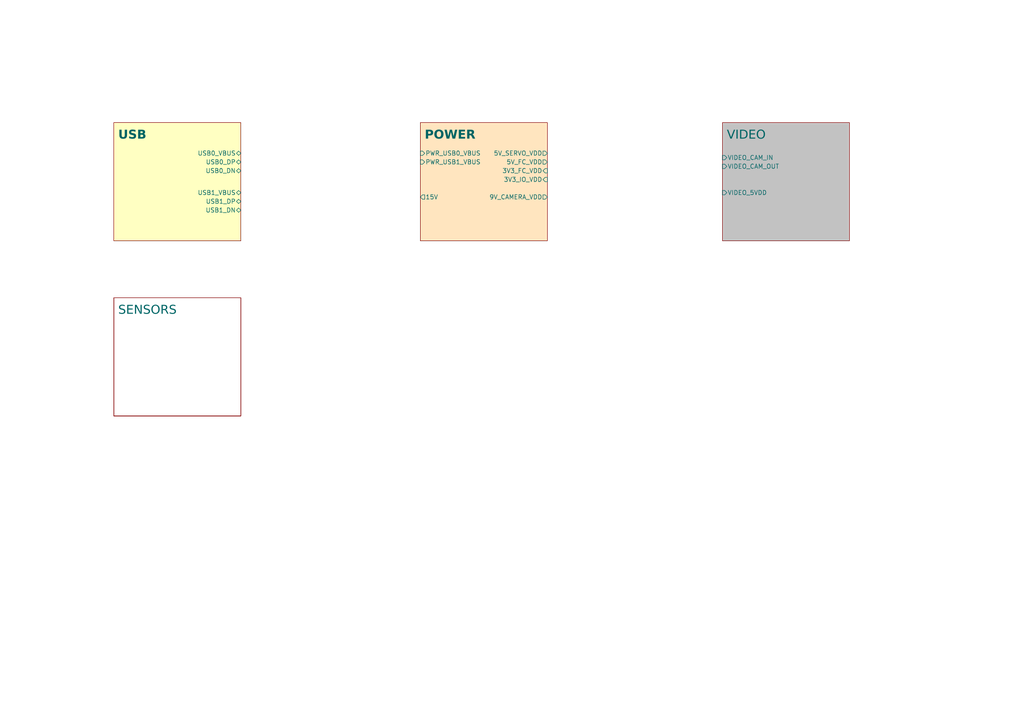
<source format=kicad_sch>
(kicad_sch (version 20230121) (generator eeschema)
  (paper "A4")
  (lib_symbols)
  (sheet (at 209.55 35.56) (size 36.83 34.29) (stroke (width 0.1524)) (fill (color 194 194 194 1.0000))
    (property "Sheetname" "VIDEO" (at 210.82 40.64 0) (effects (font (size 2.54 2.54)) (justify left bottom)))
    (property "Sheetfile" "VIDEO.kicad_sch" (effects hide))
    (pin "VIDEO_CAM_IN" input (at 209.55 45.72 180))
    (pin "VIDEO_CAM_OUT" input (at 209.55 48.26 180))
    (pin "VIDEO_5VDD" input (at 209.55 55.88 180))
  )
  (sheet (at 33.02 35.56) (size 36.83 34.29) (stroke (width 0.1524)) (fill (color 255 255 194 1.0000))
    (property "Sheetname" "USB" (at 34.29 40.64 0) (effects (font (size 2.54 2.54) bold) (justify left bottom)))
    (property "Sheetfile" "USB.kicad_sch" (effects hide))
    (pin "USB0_VBUS" bidirectional (at 69.85 44.45 0))
    (pin "USB0_DP" bidirectional (at 69.85 46.99 0))
    (pin "USB0_DN" bidirectional (at 69.85 49.53 0))
    (pin "USB1_VBUS" bidirectional (at 69.85 55.88 0))
    (pin "USB1_DP" bidirectional (at 69.85 58.42 0))
    (pin "USB1_DN" bidirectional (at 69.85 60.96 0))
  )
  (sheet (at 121.92 35.56) (size 36.83 34.29) (stroke (width 0.1524)) (fill (color 255 229 191 1.0000))
    (property "Sheetname" "POWER" (at 123.19 40.64 0) (effects (font (size 2.54 2.54) bold) (justify left bottom)))
    (property "Sheetfile" "POWER.kicad_sch" (effects hide))
    (pin "5V_SERVO_VDD" output (at 158.75 44.45 0))
    (pin "5V_FC_VDD" output (at 158.75 46.99 0))
    (pin "9V_CAMERA_VDD" output (at 158.75 57.15 0))
    (pin "15V" output (at 121.92 57.15 180))
    (pin "3V3_FC_VDD" input (at 158.75 49.53 0))
    (pin "3V3_IO_VDD" input (at 158.75 52.07 0))
    (pin "PWR_USB1_VBUS" input (at 121.92 46.99 180))
    (pin "PWR_USB0_VBUS" input (at 121.92 44.45 180))
  )
  (sheet (at 33.02 86.36) (size 36.83 34.29) (stroke (width 0.1524))
    (property "Sheetname" "SENSORS" (at 34.29 91.44 0) (effects (font (size 2.54 2.54)) (justify left bottom)))
    (property "Sheetfile" "SENSORS.kicad_sch" (effects hide))
  )
)
</source>
